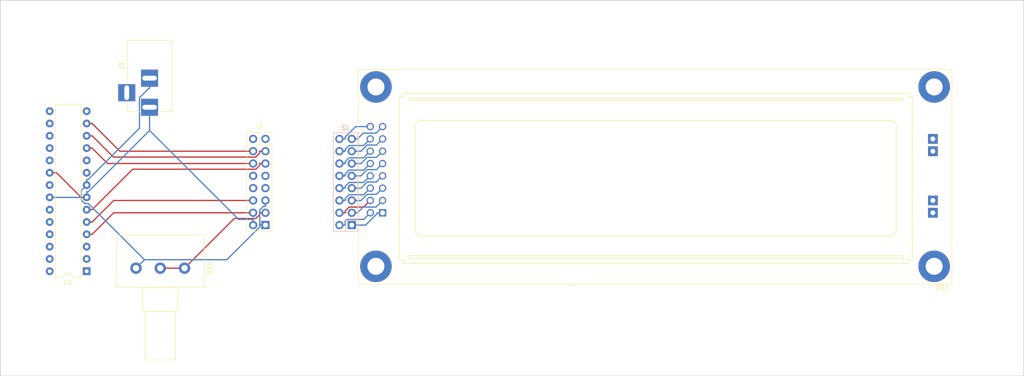
<source format=kicad_pcb>
(kicad_pcb (version 4) (host pcbnew 4.0.6+dfsg1-1)

  (general
    (links 32)
    (no_connects 0)
    (area 43.104999 51.359999 254.075001 128.980001)
    (thickness 1.6)
    (drawings 4)
    (tracks 136)
    (zones 0)
    (modules 6)
    (nets 26)
  )

  (page A4)
  (layers
    (0 F.Cu signal)
    (31 B.Cu signal)
    (33 F.Adhes user)
    (35 F.Paste user)
    (37 F.SilkS user)
    (39 F.Mask user)
    (40 Dwgs.User user)
    (41 Cmts.User user)
    (42 Eco1.User user)
    (43 Eco2.User user)
    (44 Edge.Cuts user)
    (45 Margin user)
    (47 F.CrtYd user)
    (49 F.Fab user)
  )

  (setup
    (last_trace_width 0.25)
    (trace_clearance 0.2)
    (zone_clearance 0.508)
    (zone_45_only no)
    (trace_min 0.2)
    (segment_width 0.2)
    (edge_width 0.15)
    (via_size 0.6)
    (via_drill 0.4)
    (via_min_size 0.4)
    (via_min_drill 0.3)
    (uvia_size 0.3)
    (uvia_drill 0.1)
    (uvias_allowed no)
    (uvia_min_size 0.2)
    (uvia_min_drill 0.1)
    (pcb_text_width 0.3)
    (pcb_text_size 1.5 1.5)
    (mod_edge_width 0.15)
    (mod_text_size 1 1)
    (mod_text_width 0.15)
    (pad_size 1.524 1.524)
    (pad_drill 0.762)
    (pad_to_mask_clearance 0.2)
    (aux_axis_origin 0 0)
    (visible_elements FFFFFF7F)
    (pcbplotparams
      (layerselection 0x00030_80000001)
      (usegerberextensions false)
      (excludeedgelayer true)
      (linewidth 0.100000)
      (plotframeref false)
      (viasonmask false)
      (mode 1)
      (useauxorigin false)
      (hpglpennumber 1)
      (hpglpenspeed 20)
      (hpglpendiameter 15)
      (hpglpenoverlay 2)
      (psnegative false)
      (psa4output false)
      (plotreference true)
      (plotvalue true)
      (plotinvisibletext false)
      (padsonsilk false)
      (subtractmaskfromsilk false)
      (outputformat 1)
      (mirror false)
      (drillshape 1)
      (scaleselection 1)
      (outputdirectory circuits/))
  )

  (net 0 "")
  (net 1 GND)
  (net 2 +5V)
  (net 3 "Net-(J1-Pad3)")
  (net 4 /PD2)
  (net 5 /PD3)
  (net 6 /PD4)
  (net 7 /PD5)
  (net 8 /PD6)
  (net 9 /PD7)
  (net 10 /D7)
  (net 11 /D6)
  (net 12 /D5)
  (net 13 /D4)
  (net 14 /D3)
  (net 15 /D2)
  (net 16 /D1)
  (net 17 /D0)
  (net 18 /E)
  (net 19 /R/W)
  (net 20 /RS)
  (net 21 /VEE)
  (net 22 /VDD)
  (net 23 /VSS)
  (net 24 /LED+)
  (net 25 /LED-)

  (net_class Default "This is the default net class."
    (clearance 0.2)
    (trace_width 0.25)
    (via_dia 0.6)
    (via_drill 0.4)
    (uvia_dia 0.3)
    (uvia_drill 0.1)
    (add_net +5V)
    (add_net /D0)
    (add_net /D1)
    (add_net /D2)
    (add_net /D3)
    (add_net /D4)
    (add_net /D5)
    (add_net /D6)
    (add_net /D7)
    (add_net /E)
    (add_net /LED+)
    (add_net /LED-)
    (add_net /PD2)
    (add_net /PD3)
    (add_net /PD4)
    (add_net /PD5)
    (add_net /PD6)
    (add_net /PD7)
    (add_net /R/W)
    (add_net /RS)
    (add_net /VDD)
    (add_net /VEE)
    (add_net /VSS)
    (add_net GND)
    (add_net "Net-(J1-Pad3)")
  )

  (module Potentiometer_THT:Potentiometer_Alps_RK163_Single_Horizontal (layer F.Cu) (tedit 5A3D4993) (tstamp 5A51E50A)
    (at 71.12 106.68 270)
    (descr "Potentiometer, horizontal, Alps RK163 Single, http://www.alps.com/prod/info/E/HTML/Potentiometer/RotaryPotentiometers/RK16/RK16_list.html")
    (tags "Potentiometer horizontal Alps RK163 Single")
    (path /5A4CE2EF)
    (fp_text reference RV1 (at 0 -15.2 270) (layer F.SilkS)
      (effects (font (size 1 1) (thickness 0.15)))
    )
    (fp_text value 5k (at 0 5.2 270) (layer F.Fab)
      (effects (font (size 1 1) (thickness 0.15)))
    )
    (fp_line (start -6.7 -13.95) (end -6.7 3.95) (layer F.Fab) (width 0.1))
    (fp_line (start -6.7 3.95) (end 3.8 3.95) (layer F.Fab) (width 0.1))
    (fp_line (start 3.8 3.95) (end 3.8 -13.95) (layer F.Fab) (width 0.1))
    (fp_line (start 3.8 -13.95) (end -6.7 -13.95) (layer F.Fab) (width 0.1))
    (fp_line (start 3.8 -8.5) (end 3.8 -1.5) (layer F.Fab) (width 0.1))
    (fp_line (start 3.8 -1.5) (end 8.8 -1.5) (layer F.Fab) (width 0.1))
    (fp_line (start 8.8 -1.5) (end 8.8 -8.5) (layer F.Fab) (width 0.1))
    (fp_line (start 8.8 -8.5) (end 3.8 -8.5) (layer F.Fab) (width 0.1))
    (fp_line (start 8.8 -8) (end 8.8 -2) (layer F.Fab) (width 0.1))
    (fp_line (start 8.8 -2) (end 18.8 -2) (layer F.Fab) (width 0.1))
    (fp_line (start 18.8 -2) (end 18.8 -8) (layer F.Fab) (width 0.1))
    (fp_line (start 18.8 -8) (end 8.8 -8) (layer F.Fab) (width 0.1))
    (fp_line (start -6.82 -14.07) (end 3.92 -14.07) (layer F.SilkS) (width 0.12))
    (fp_line (start -6.82 4.07) (end 3.92 4.07) (layer F.SilkS) (width 0.12))
    (fp_line (start -6.82 -14.07) (end -6.82 4.07) (layer F.SilkS) (width 0.12))
    (fp_line (start 3.92 -14.07) (end 3.92 4.07) (layer F.SilkS) (width 0.12))
    (fp_line (start 3.92 -8.62) (end 8.92 -8.62) (layer F.SilkS) (width 0.12))
    (fp_line (start 3.92 -1.38) (end 8.92 -1.38) (layer F.SilkS) (width 0.12))
    (fp_line (start 3.92 -8.62) (end 3.92 -1.38) (layer F.SilkS) (width 0.12))
    (fp_line (start 8.92 -8.62) (end 8.92 -1.38) (layer F.SilkS) (width 0.12))
    (fp_line (start 8.92 -8.12) (end 18.92 -8.12) (layer F.SilkS) (width 0.12))
    (fp_line (start 8.92 -1.879) (end 18.92 -1.879) (layer F.SilkS) (width 0.12))
    (fp_line (start 8.92 -8.12) (end 8.92 -1.879) (layer F.SilkS) (width 0.12))
    (fp_line (start 18.92 -8.12) (end 18.92 -1.879) (layer F.SilkS) (width 0.12))
    (fp_line (start -6.95 -14.2) (end -6.95 4.2) (layer F.CrtYd) (width 0.05))
    (fp_line (start -6.95 4.2) (end 19.05 4.2) (layer F.CrtYd) (width 0.05))
    (fp_line (start 19.05 4.2) (end 19.05 -14.2) (layer F.CrtYd) (width 0.05))
    (fp_line (start 19.05 -14.2) (end -6.95 -14.2) (layer F.CrtYd) (width 0.05))
    (fp_text user %R (at -1.45 -5 270) (layer F.Fab)
      (effects (font (size 1 1) (thickness 0.15)))
    )
    (pad 3 thru_hole circle (at 0 -10 270) (size 2.34 2.34) (drill 1.3) (layers *.Cu *.Mask)
      (net 3 "Net-(J1-Pad3)"))
    (pad 2 thru_hole circle (at 0 -5 270) (size 2.34 2.34) (drill 1.3) (layers *.Cu *.Mask)
      (net 3 "Net-(J1-Pad3)"))
    (pad 1 thru_hole circle (at 0 0 270) (size 2.34 2.34) (drill 1.3) (layers *.Cu *.Mask)
      (net 1 GND))
    (model ${KISYS3DMOD}/Potentiometer_THT.3dshapes/Potentiometer_Alps_RK163_Single_Horizontal.wrl
      (at (xyz 0 0 0))
      (scale (xyz 1 1 1))
      (rotate (xyz 0 0 0))
    )
  )

  (module Package_DIP:DIP-28_W7.62mm (layer F.Cu) (tedit 5A02E8C5) (tstamp 5A51E52A)
    (at 60.96 107.315 180)
    (descr "28-lead though-hole mounted DIP package, row spacing 7.62 mm (300 mils)")
    (tags "THT DIP DIL PDIP 2.54mm 7.62mm 300mil")
    (path /5A7EEE1B)
    (fp_text reference U1 (at 3.81 -2.33 180) (layer F.SilkS)
      (effects (font (size 1 1) (thickness 0.15)))
    )
    (fp_text value ATMEGA328-PU (at 3.81 35.35 180) (layer F.Fab)
      (effects (font (size 1 1) (thickness 0.15)))
    )
    (fp_arc (start 3.81 -1.33) (end 2.81 -1.33) (angle -180) (layer F.SilkS) (width 0.12))
    (fp_line (start 1.635 -1.27) (end 6.985 -1.27) (layer F.Fab) (width 0.1))
    (fp_line (start 6.985 -1.27) (end 6.985 34.29) (layer F.Fab) (width 0.1))
    (fp_line (start 6.985 34.29) (end 0.635 34.29) (layer F.Fab) (width 0.1))
    (fp_line (start 0.635 34.29) (end 0.635 -0.27) (layer F.Fab) (width 0.1))
    (fp_line (start 0.635 -0.27) (end 1.635 -1.27) (layer F.Fab) (width 0.1))
    (fp_line (start 2.81 -1.33) (end 1.16 -1.33) (layer F.SilkS) (width 0.12))
    (fp_line (start 1.16 -1.33) (end 1.16 34.35) (layer F.SilkS) (width 0.12))
    (fp_line (start 1.16 34.35) (end 6.46 34.35) (layer F.SilkS) (width 0.12))
    (fp_line (start 6.46 34.35) (end 6.46 -1.33) (layer F.SilkS) (width 0.12))
    (fp_line (start 6.46 -1.33) (end 4.81 -1.33) (layer F.SilkS) (width 0.12))
    (fp_line (start -1.1 -1.55) (end -1.1 34.55) (layer F.CrtYd) (width 0.05))
    (fp_line (start -1.1 34.55) (end 8.7 34.55) (layer F.CrtYd) (width 0.05))
    (fp_line (start 8.7 34.55) (end 8.7 -1.55) (layer F.CrtYd) (width 0.05))
    (fp_line (start 8.7 -1.55) (end -1.1 -1.55) (layer F.CrtYd) (width 0.05))
    (fp_text user %R (at 3.81 16.51 180) (layer F.Fab)
      (effects (font (size 1 1) (thickness 0.15)))
    )
    (pad 1 thru_hole rect (at 0 0 180) (size 1.6 1.6) (drill 0.8) (layers *.Cu *.Mask))
    (pad 15 thru_hole oval (at 7.62 33.02 180) (size 1.6 1.6) (drill 0.8) (layers *.Cu *.Mask))
    (pad 2 thru_hole oval (at 0 2.54 180) (size 1.6 1.6) (drill 0.8) (layers *.Cu *.Mask))
    (pad 16 thru_hole oval (at 7.62 30.48 180) (size 1.6 1.6) (drill 0.8) (layers *.Cu *.Mask))
    (pad 3 thru_hole oval (at 0 5.08 180) (size 1.6 1.6) (drill 0.8) (layers *.Cu *.Mask))
    (pad 17 thru_hole oval (at 7.62 27.94 180) (size 1.6 1.6) (drill 0.8) (layers *.Cu *.Mask))
    (pad 4 thru_hole oval (at 0 7.62 180) (size 1.6 1.6) (drill 0.8) (layers *.Cu *.Mask)
      (net 4 /PD2))
    (pad 18 thru_hole oval (at 7.62 25.4 180) (size 1.6 1.6) (drill 0.8) (layers *.Cu *.Mask))
    (pad 5 thru_hole oval (at 0 10.16 180) (size 1.6 1.6) (drill 0.8) (layers *.Cu *.Mask)
      (net 5 /PD3))
    (pad 19 thru_hole oval (at 7.62 22.86 180) (size 1.6 1.6) (drill 0.8) (layers *.Cu *.Mask))
    (pad 6 thru_hole oval (at 0 12.7 180) (size 1.6 1.6) (drill 0.8) (layers *.Cu *.Mask)
      (net 6 /PD4))
    (pad 20 thru_hole oval (at 7.62 20.32 180) (size 1.6 1.6) (drill 0.8) (layers *.Cu *.Mask)
      (net 2 +5V))
    (pad 7 thru_hole oval (at 0 15.24 180) (size 1.6 1.6) (drill 0.8) (layers *.Cu *.Mask)
      (net 2 +5V))
    (pad 21 thru_hole oval (at 7.62 17.78 180) (size 1.6 1.6) (drill 0.8) (layers *.Cu *.Mask))
    (pad 8 thru_hole oval (at 0 17.78 180) (size 1.6 1.6) (drill 0.8) (layers *.Cu *.Mask)
      (net 1 GND))
    (pad 22 thru_hole oval (at 7.62 15.24 180) (size 1.6 1.6) (drill 0.8) (layers *.Cu *.Mask)
      (net 1 GND))
    (pad 9 thru_hole oval (at 0 20.32 180) (size 1.6 1.6) (drill 0.8) (layers *.Cu *.Mask))
    (pad 23 thru_hole oval (at 7.62 12.7 180) (size 1.6 1.6) (drill 0.8) (layers *.Cu *.Mask))
    (pad 10 thru_hole oval (at 0 22.86 180) (size 1.6 1.6) (drill 0.8) (layers *.Cu *.Mask))
    (pad 24 thru_hole oval (at 7.62 10.16 180) (size 1.6 1.6) (drill 0.8) (layers *.Cu *.Mask))
    (pad 11 thru_hole oval (at 0 25.4 180) (size 1.6 1.6) (drill 0.8) (layers *.Cu *.Mask)
      (net 7 /PD5))
    (pad 25 thru_hole oval (at 7.62 7.62 180) (size 1.6 1.6) (drill 0.8) (layers *.Cu *.Mask))
    (pad 12 thru_hole oval (at 0 27.94 180) (size 1.6 1.6) (drill 0.8) (layers *.Cu *.Mask)
      (net 8 /PD6))
    (pad 26 thru_hole oval (at 7.62 5.08 180) (size 1.6 1.6) (drill 0.8) (layers *.Cu *.Mask))
    (pad 13 thru_hole oval (at 0 30.48 180) (size 1.6 1.6) (drill 0.8) (layers *.Cu *.Mask)
      (net 9 /PD7))
    (pad 27 thru_hole oval (at 7.62 2.54 180) (size 1.6 1.6) (drill 0.8) (layers *.Cu *.Mask))
    (pad 14 thru_hole oval (at 0 33.02 180) (size 1.6 1.6) (drill 0.8) (layers *.Cu *.Mask))
    (pad 28 thru_hole oval (at 7.62 0 180) (size 1.6 1.6) (drill 0.8) (layers *.Cu *.Mask))
    (model ${KISYS3DMOD}/Package_DIP.3dshapes/DIP-28_W7.62mm.wrl
      (at (xyz 0 0 0))
      (scale (xyz 1 1 1))
      (rotate (xyz 0 0 0))
    )
  )

  (module Connectors:BARREL_JACK (layer F.Cu) (tedit 5861378E) (tstamp 5A522A72)
    (at 73.915 73.485 270)
    (descr "DC Barrel Jack")
    (tags "Power Jack")
    (path /5A52198A)
    (fp_text reference J3 (at -8.45 5.75 450) (layer F.SilkS)
      (effects (font (size 1 1) (thickness 0.15)))
    )
    (fp_text value BARREL_JACK (at -6.2 -5.5 270) (layer F.Fab)
      (effects (font (size 1 1) (thickness 0.15)))
    )
    (fp_line (start 1 -4.5) (end 1 -4.75) (layer F.CrtYd) (width 0.05))
    (fp_line (start 1 -4.75) (end -14 -4.75) (layer F.CrtYd) (width 0.05))
    (fp_line (start 1 -4.5) (end 1 -2) (layer F.CrtYd) (width 0.05))
    (fp_line (start 1 -2) (end 2 -2) (layer F.CrtYd) (width 0.05))
    (fp_line (start 2 -2) (end 2 2) (layer F.CrtYd) (width 0.05))
    (fp_line (start 2 2) (end 1 2) (layer F.CrtYd) (width 0.05))
    (fp_line (start 1 2) (end 1 4.75) (layer F.CrtYd) (width 0.05))
    (fp_line (start 1 4.75) (end -1 4.75) (layer F.CrtYd) (width 0.05))
    (fp_line (start -1 4.75) (end -1 6.75) (layer F.CrtYd) (width 0.05))
    (fp_line (start -1 6.75) (end -5 6.75) (layer F.CrtYd) (width 0.05))
    (fp_line (start -5 6.75) (end -5 4.75) (layer F.CrtYd) (width 0.05))
    (fp_line (start -5 4.75) (end -14 4.75) (layer F.CrtYd) (width 0.05))
    (fp_line (start -14 4.75) (end -14 -4.75) (layer F.CrtYd) (width 0.05))
    (fp_line (start -5 4.6) (end -13.8 4.6) (layer F.SilkS) (width 0.12))
    (fp_line (start -13.8 4.6) (end -13.8 -4.6) (layer F.SilkS) (width 0.12))
    (fp_line (start 0.9 1.9) (end 0.9 4.6) (layer F.SilkS) (width 0.12))
    (fp_line (start 0.9 4.6) (end -1 4.6) (layer F.SilkS) (width 0.12))
    (fp_line (start -13.8 -4.6) (end 0.9 -4.6) (layer F.SilkS) (width 0.12))
    (fp_line (start 0.9 -4.6) (end 0.9 -2) (layer F.SilkS) (width 0.12))
    (fp_line (start -10.2 -4.5) (end -10.2 4.5) (layer F.Fab) (width 0.1))
    (fp_line (start -13.7 -4.5) (end -13.7 4.5) (layer F.Fab) (width 0.1))
    (fp_line (start -13.7 4.5) (end 0.8 4.5) (layer F.Fab) (width 0.1))
    (fp_line (start 0.8 4.5) (end 0.8 -4.5) (layer F.Fab) (width 0.1))
    (fp_line (start 0.8 -4.5) (end -13.7 -4.5) (layer F.Fab) (width 0.1))
    (pad 1 thru_hole rect (at 0 0 270) (size 3.5 3.5) (drill oval 1 3) (layers *.Cu *.Mask)
      (net 2 +5V))
    (pad 2 thru_hole rect (at -6 0 270) (size 3.5 3.5) (drill oval 1 3) (layers *.Cu *.Mask)
      (net 1 GND))
    (pad 3 thru_hole rect (at -3 4.7 270) (size 3.5 3.5) (drill oval 3 1) (layers *.Cu *.Mask))
  )

  (module Connector_PinSocket_2.54mm:PinSocket_2x08_P2.54mm_Vertical_R (layer F.Cu) (tedit 5A19A42B) (tstamp 5A5A34D4)
    (at 97.79 80.01)
    (descr "Through hole straight socket strip, 2x08, 2.54mm pitch, double cols (from Kicad 4.0.7), script generated")
    (tags "Through hole socket strip THT 2x08 2.54mm double row")
    (path /5A4D0265)
    (fp_text reference J1 (at -1.27 -2.77) (layer F.SilkS)
      (effects (font (size 1 1) (thickness 0.15)))
    )
    (fp_text value CONN_02X08 (at -1.27 20.55) (layer F.Fab)
      (effects (font (size 1 1) (thickness 0.15)))
    )
    (fp_line (start -3.81 -1.27) (end 0.27 -1.27) (layer F.Fab) (width 0.1))
    (fp_line (start 0.27 -1.27) (end 1.27 -0.27) (layer F.Fab) (width 0.1))
    (fp_line (start 1.27 -0.27) (end 1.27 19.05) (layer F.Fab) (width 0.1))
    (fp_line (start 1.27 19.05) (end -3.81 19.05) (layer F.Fab) (width 0.1))
    (fp_line (start -3.81 19.05) (end -3.81 -1.27) (layer F.Fab) (width 0.1))
    (fp_line (start -3.87 -1.33) (end -1.27 -1.33) (layer F.SilkS) (width 0.12))
    (fp_line (start -3.87 -1.33) (end -3.87 19.11) (layer F.SilkS) (width 0.12))
    (fp_line (start -3.87 19.11) (end 1.33 19.11) (layer F.SilkS) (width 0.12))
    (fp_line (start 1.33 1.27) (end 1.33 19.11) (layer F.SilkS) (width 0.12))
    (fp_line (start -1.27 1.27) (end 1.33 1.27) (layer F.SilkS) (width 0.12))
    (fp_line (start -1.27 -1.33) (end -1.27 1.27) (layer F.SilkS) (width 0.12))
    (fp_line (start 1.33 -1.33) (end 1.33 0) (layer F.SilkS) (width 0.12))
    (fp_line (start 0 -1.33) (end 1.33 -1.33) (layer F.SilkS) (width 0.12))
    (fp_line (start -4.34 -1.8) (end 1.76 -1.8) (layer F.CrtYd) (width 0.05))
    (fp_line (start 1.76 -1.8) (end 1.76 19.55) (layer F.CrtYd) (width 0.05))
    (fp_line (start 1.76 19.55) (end -4.34 19.55) (layer F.CrtYd) (width 0.05))
    (fp_line (start -4.34 19.55) (end -4.34 -1.8) (layer F.CrtYd) (width 0.05))
    (fp_text user %R (at -1.27 8.89 90) (layer F.Fab)
      (effects (font (size 1 1) (thickness 0.15)))
    )
    (pad 1 thru_hole rect (at 0 17.78) (size 1.7 1.7) (drill 1) (layers *.Cu *.Mask)
      (net 1 GND))
    (pad 2 thru_hole oval (at -2.54 17.78) (size 1.7 1.7) (drill 1) (layers *.Cu *.Mask)
      (net 2 +5V))
    (pad 3 thru_hole oval (at 0 15.24) (size 1.7 1.7) (drill 1) (layers *.Cu *.Mask)
      (net 3 "Net-(J1-Pad3)"))
    (pad 4 thru_hole oval (at -2.54 15.24) (size 1.7 1.7) (drill 1) (layers *.Cu *.Mask)
      (net 4 /PD2))
    (pad 5 thru_hole oval (at 0 12.7) (size 1.7 1.7) (drill 1) (layers *.Cu *.Mask)
      (net 1 GND))
    (pad 6 thru_hole oval (at -2.54 12.7) (size 1.7 1.7) (drill 1) (layers *.Cu *.Mask)
      (net 5 /PD3))
    (pad 7 thru_hole oval (at 0 10.16) (size 1.7 1.7) (drill 1) (layers *.Cu *.Mask))
    (pad 8 thru_hole oval (at -2.54 10.16) (size 1.7 1.7) (drill 1) (layers *.Cu *.Mask))
    (pad 9 thru_hole oval (at 0 7.62) (size 1.7 1.7) (drill 1) (layers *.Cu *.Mask))
    (pad 10 thru_hole oval (at -2.54 7.62) (size 1.7 1.7) (drill 1) (layers *.Cu *.Mask))
    (pad 11 thru_hole oval (at 0 5.08) (size 1.7 1.7) (drill 1) (layers *.Cu *.Mask)
      (net 6 /PD4))
    (pad 12 thru_hole oval (at -2.54 5.08) (size 1.7 1.7) (drill 1) (layers *.Cu *.Mask)
      (net 7 /PD5))
    (pad 13 thru_hole oval (at 0 2.54) (size 1.7 1.7) (drill 1) (layers *.Cu *.Mask)
      (net 8 /PD6))
    (pad 14 thru_hole oval (at -2.54 2.54) (size 1.7 1.7) (drill 1) (layers *.Cu *.Mask)
      (net 9 /PD7))
    (pad 15 thru_hole oval (at 0 0) (size 1.7 1.7) (drill 1) (layers *.Cu *.Mask))
    (pad 16 thru_hole oval (at -2.54 0) (size 1.7 1.7) (drill 1) (layers *.Cu *.Mask))
    (model ${KISYS3DMOD}/Connector_PinSocket_2.54mm.3dshapes/PinSocket_2x08_P2.54mm_Vertical.wrl
      (at (xyz 0 0 0))
      (scale (xyz 1 1 1))
      (rotate (xyz 0 0 0))
    )
  )

  (module kiddy:LCD-2x8-AK (layer F.Cu) (tedit 5A744985) (tstamp 5A7C6F1A)
    (at 177.8 87.63)
    (descr "16 x 2 Character LCD, http://www.vishay.com/product?docid=37299")
    (tags "LCD-016N002L 16 x 2 Character LCD")
    (path /5A7C6C6D)
    (fp_text reference DS1 (at 59.457996 23.078828) (layer F.SilkS)
      (effects (font (size 1 1) (thickness 0.15)))
    )
    (fp_text value LCD8X2 (at 55.837996 -23.091172) (layer F.Fab)
      (effects (font (size 1 1) (thickness 0.15)))
    )
    (fp_text user %R (at 2.847996 0.088828 180) (layer F.Fab)
      (effects (font (size 1 1) (thickness 0.1)))
    )
    (fp_line (start 61.387996 -21.971172) (end -60.892004 -21.971172) (layer F.SilkS) (width 0.12))
    (fp_line (start -60.892004 22.308828) (end -60.892004 -21.971172) (layer F.SilkS) (width 0.12))
    (fp_line (start -17.752004 22.168828) (end -60.752004 22.168828) (layer F.Fab) (width 0.1))
    (fp_line (start -16.752004 21.168828) (end -15.752004 22.168828) (layer F.Fab) (width 0.1))
    (fp_line (start -17.752004 22.168828) (end -16.752004 21.168828) (layer F.Fab) (width 0.1))
    (fp_line (start -15.752004 22.668828) (end -17.752004 22.668828) (layer F.SilkS) (width 0.12))
    (fp_line (start -60.892004 22.308828) (end 61.387996 22.308828) (layer F.SilkS) (width 0.12))
    (fp_line (start 61.387996 22.308828) (end 61.387996 -21.971172) (layer F.SilkS) (width 0.12))
    (fp_line (start -61.002004 22.418828) (end -61.002004 -22.081172) (layer F.CrtYd) (width 0.05))
    (fp_line (start 61.497996 -22.081172) (end -61.002004 -22.081172) (layer F.CrtYd) (width 0.05))
    (fp_line (start 61.497996 22.418828) (end 61.497996 -22.081172) (layer F.CrtYd) (width 0.05))
    (fp_line (start 61.497996 22.418828) (end -61.002004 22.418828) (layer F.CrtYd) (width 0.05))
    (fp_line (start -50.407004 17.001828) (end 51.192996 17.001828) (layer F.SilkS) (width 0.15))
    (fp_line (start 51.192996 17.001828) (end 51.446996 16.747828) (layer F.SilkS) (width 0.15))
    (fp_line (start 51.446996 16.747828) (end 51.192996 16.493828) (layer F.SilkS) (width 0.15))
    (fp_line (start 51.192996 16.493828) (end -50.407004 16.493828) (layer F.SilkS) (width 0.15))
    (fp_line (start -50.407004 17.001828) (end -50.661004 16.747828) (layer F.SilkS) (width 0.15))
    (fp_line (start -50.661004 16.747828) (end -50.407004 16.493828) (layer F.SilkS) (width 0.15))
    (fp_line (start -50.407004 -16.018172) (end -50.661004 -15.764172) (layer F.SilkS) (width 0.15))
    (fp_line (start -50.661004 -15.764172) (end -50.407004 -15.510172) (layer F.SilkS) (width 0.15))
    (fp_line (start -50.407004 -15.510172) (end 51.192996 -15.510172) (layer F.SilkS) (width 0.15))
    (fp_line (start 51.192996 -15.510172) (end 51.446996 -15.764172) (layer F.SilkS) (width 0.15))
    (fp_line (start 51.446996 -15.764172) (end 51.192996 -16.018172) (layer F.SilkS) (width 0.15))
    (fp_line (start 51.192996 -16.018172) (end -50.407004 -16.018172) (layer F.SilkS) (width 0.15))
    (fp_line (start -49.137004 11.667828) (end -49.137004 -10.684172) (layer F.SilkS) (width 0.15))
    (fp_line (start 49.160996 12.429828) (end -48.375004 12.429828) (layer F.SilkS) (width 0.15))
    (fp_line (start 49.922996 -10.684172) (end 49.922996 11.667828) (layer F.SilkS) (width 0.15))
    (fp_line (start -48.375004 -11.446172) (end 49.160996 -11.446172) (layer F.SilkS) (width 0.15))
    (fp_line (start -48.375004 12.429828) (end -49.137004 11.667828) (layer F.SilkS) (width 0.15))
    (fp_line (start 49.922996 11.667828) (end 49.160996 12.429828) (layer F.SilkS) (width 0.15))
    (fp_line (start 49.160996 -11.446172) (end 49.922996 -10.684172) (layer F.SilkS) (width 0.15))
    (fp_line (start -49.137004 -10.684172) (end -48.375004 -11.446172) (layer F.SilkS) (width 0.15))
    (fp_line (start 53.224996 17.255828) (end 53.224996 -16.272172) (layer F.SilkS) (width 0.15))
    (fp_line (start -51.677004 18.017828) (end 52.462996 18.017828) (layer F.SilkS) (width 0.15))
    (fp_line (start -52.439004 -16.272172) (end -52.439004 17.255828) (layer F.SilkS) (width 0.15))
    (fp_line (start 52.462996 -17.034172) (end -51.677004 -17.034172) (layer F.SilkS) (width 0.15))
    (fp_line (start -51.677004 18.017828) (end -51.677004 17.255828) (layer F.SilkS) (width 0.15))
    (fp_line (start -51.677004 17.255828) (end -52.439004 17.255828) (layer F.SilkS) (width 0.15))
    (fp_line (start 52.462996 18.017828) (end 52.462996 17.255828) (layer F.SilkS) (width 0.15))
    (fp_line (start 52.462996 17.255828) (end 53.224996 17.255828) (layer F.SilkS) (width 0.15))
    (fp_line (start 52.462996 -17.034172) (end 52.462996 -16.272172) (layer F.SilkS) (width 0.15))
    (fp_line (start 52.462996 -16.272172) (end 53.224996 -16.272172) (layer F.SilkS) (width 0.15))
    (fp_line (start -52.439004 -16.272172) (end -51.677004 -16.272172) (layer F.SilkS) (width 0.15))
    (fp_line (start -51.677004 -16.272172) (end -51.677004 -17.034172) (layer F.SilkS) (width 0.15))
    (fp_line (start -60.752004 22.168828) (end -60.752004 -21.831172) (layer F.Fab) (width 0.1))
    (fp_line (start -60.752004 -21.831172) (end 61.247996 -21.831172) (layer F.Fab) (width 0.1))
    (fp_line (start 61.247996 -21.831172) (end 61.247996 22.168828) (layer F.Fab) (width 0.1))
    (fp_line (start 61.247996 22.168828) (end -15.752004 22.168828) (layer F.Fab) (width 0.1))
    (pad 14 thru_hole circle (at -58.42 -7.62 270) (size 1.5 1.5) (drill 1) (layers *.Cu *.Mask)
      (net 10 /D7))
    (pad 13 thru_hole circle (at -55.88 -7.62 270) (size 1.5 1.5) (drill 1) (layers *.Cu *.Mask)
      (net 11 /D6))
    (pad 12 thru_hole circle (at -58.42 -5.08 270) (size 1.5 1.5) (drill 1) (layers *.Cu *.Mask)
      (net 12 /D5))
    (pad 11 thru_hole circle (at -55.88 -5.08 270) (size 1.5 1.5) (drill 1) (layers *.Cu *.Mask)
      (net 13 /D4))
    (pad 10 thru_hole circle (at -58.42 -2.54 270) (size 1.5 1.5) (drill 1) (layers *.Cu *.Mask)
      (net 14 /D3))
    (pad 9 thru_hole circle (at -55.88 -2.54 270) (size 1.5 1.5) (drill 1) (layers *.Cu *.Mask)
      (net 15 /D2))
    (pad 8 thru_hole circle (at -58.42 0 270) (size 1.5 1.5) (drill 1) (layers *.Cu *.Mask)
      (net 16 /D1))
    (pad 7 thru_hole circle (at -55.88 0 270) (size 1.5 1.5) (drill 1) (layers *.Cu *.Mask)
      (net 17 /D0))
    (pad 6 thru_hole circle (at -58.42 2.54 270) (size 1.5 1.5) (drill 1) (layers *.Cu *.Mask)
      (net 18 /E))
    (pad 5 thru_hole circle (at -55.88 2.54 270) (size 1.5 1.5) (drill 1) (layers *.Cu *.Mask)
      (net 19 /R/W))
    (pad 4 thru_hole circle (at -58.42 5.08 270) (size 1.5 1.5) (drill 1) (layers *.Cu *.Mask)
      (net 20 /RS))
    (pad 3 thru_hole circle (at -55.88 5.08 270) (size 1.5 1.5) (drill 1) (layers *.Cu *.Mask)
      (net 21 /VEE))
    (pad 2 thru_hole circle (at -58.392004 7.62 90) (size 1.5 1.5) (drill 1) (layers *.Cu *.Mask)
      (net 22 /VDD))
    (pad 1 thru_hole rect (at -55.88 7.62 90) (size 1.5 1.5) (drill 1) (layers *.Cu *.Mask)
      (net 23 /VSS))
    (pad "" thru_hole circle (at 57.747996 18.668828) (size 6.5 6.5) (drill 3.5) (layers *.Cu *.Mask))
    (pad "" thru_hole circle (at 57.747996 -18.331172) (size 6.5 6.5) (drill 3.5) (layers *.Cu *.Mask))
    (pad "" thru_hole circle (at -57.252004 18.668828) (size 6.5 6.5) (drill 3.5) (layers *.Cu *.Mask))
    (pad "" thru_hole circle (at -57.252004 -18.331172) (size 6.5 6.5) (drill 3.5) (layers *.Cu *.Mask))
    (pad A1 thru_hole rect (at 57.477996 -7.62) (size 2 2) (drill 1) (layers *.Cu *.Mask))
    (pad K1 thru_hole rect (at 57.477996 -5.08) (size 2 2) (drill 1) (layers *.Cu *.Mask))
    (pad A2 thru_hole rect (at 57.477996 5.08) (size 2 2) (drill 1) (layers *.Cu *.Mask))
    (pad K2 thru_hole rect (at 57.477996 7.62) (size 2 2) (drill 1) (layers *.Cu *.Mask))
    (pad 15 thru_hole circle (at -55.88 -10.16 270) (size 1.5 1.5) (drill 1) (layers *.Cu *.Mask)
      (net 24 /LED+))
    (pad 16 thru_hole circle (at -58.42 -10.16 270) (size 1.5 1.5) (drill 1) (layers *.Cu *.Mask)
      (net 25 /LED-))
    (model ${KISYS3DMOD}/Display.3dshapes/LCD-016N002L.wrl
      (at (xyz 0 0 0))
      (scale (xyz 1 1 1))
      (rotate (xyz 0 0 0))
    )
  )

  (module kiddy:PinHeader_2x08_P2.54mm_Vertical_R (layer B.Cu) (tedit 5A74605A) (tstamp 5A7C6FF1)
    (at 115.57 97.79 180)
    (descr "Through hole straight pin header, 2x08, 2.54mm pitch, double rows")
    (tags "Through hole pin header THT 2x08 2.54mm double row")
    (path /5A4D0322)
    (fp_text reference J2 (at 1.27 20.11 180) (layer B.SilkS)
      (effects (font (size 1 1) (thickness 0.15)) (justify mirror))
    )
    (fp_text value CONN_02X08 (at 1.27 -2.33 180) (layer B.Fab)
      (effects (font (size 1 1) (thickness 0.15)) (justify mirror))
    )
    (fp_line (start 2.54 -1.27) (end -1.27 -1.27) (layer B.Fab) (width 0.1))
    (fp_line (start -1.27 -1.27) (end -1.27 19.05) (layer B.Fab) (width 0.1))
    (fp_line (start -1.27 19.05) (end 3.81 19.05) (layer B.Fab) (width 0.1))
    (fp_line (start 3.81 19.05) (end 3.81 0) (layer B.Fab) (width 0.1))
    (fp_line (start -1.27 0) (end 0 -1.27) (layer B.Fab) (width 0.1))
    (fp_line (start 3.81 19.05) (end -1.27 19.05) (layer B.SilkS) (width 0.12))
    (fp_line (start 3.81 0) (end 3.81 19.05) (layer B.SilkS) (width 0.12))
    (fp_line (start -1.27 -1.27) (end -1.27 19.05) (layer B.SilkS) (width 0.12))
    (fp_line (start 1.27 1.27) (end -1.27 1.27) (layer B.SilkS) (width 0.12))
    (fp_line (start 1.27 1.27) (end 1.27 -1.27) (layer B.SilkS) (width 0.12))
    (fp_line (start 3.80443 -1.27) (end -1.27 -1.27) (layer B.SilkS) (width 0.12))
    (fp_line (start 3.81 0) (end 3.81 -1.27) (layer B.SilkS) (width 0.12))
    (fp_line (start -1.8 19.58) (end -1.8 -1.77) (layer B.CrtYd) (width 0.05))
    (fp_line (start -1.8 -1.77) (end 4.35 -1.77) (layer B.CrtYd) (width 0.05))
    (fp_line (start 4.35 -1.77) (end 4.35 19.58) (layer B.CrtYd) (width 0.05))
    (fp_line (start 4.35 19.58) (end -1.8 19.58) (layer B.CrtYd) (width 0.05))
    (fp_text user %R (at 11.43 16.51 450) (layer B.Fab)
      (effects (font (size 1 1) (thickness 0.15)) (justify mirror))
    )
    (pad 1 thru_hole rect (at 0 0 180) (size 1.7 1.7) (drill 1) (layers *.Cu *.Mask)
      (net 23 /VSS))
    (pad 2 thru_hole oval (at 2.54 0 180) (size 1.7 1.7) (drill 1) (layers *.Cu *.Mask)
      (net 22 /VDD))
    (pad 3 thru_hole oval (at 0 2.54 180) (size 1.7 1.7) (drill 1) (layers *.Cu *.Mask)
      (net 21 /VEE))
    (pad 4 thru_hole oval (at 2.54 2.54 180) (size 1.7 1.7) (drill 1) (layers *.Cu *.Mask)
      (net 20 /RS))
    (pad 5 thru_hole oval (at 0 5.08 180) (size 1.7 1.7) (drill 1) (layers *.Cu *.Mask)
      (net 19 /R/W))
    (pad 6 thru_hole oval (at 2.54 5.08 180) (size 1.7 1.7) (drill 1) (layers *.Cu *.Mask)
      (net 18 /E))
    (pad 7 thru_hole oval (at 0 7.62 180) (size 1.7 1.7) (drill 1) (layers *.Cu *.Mask)
      (net 17 /D0))
    (pad 8 thru_hole oval (at 2.54 7.62 180) (size 1.7 1.7) (drill 1) (layers *.Cu *.Mask)
      (net 16 /D1))
    (pad 9 thru_hole oval (at 0 10.16 180) (size 1.7 1.7) (drill 1) (layers *.Cu *.Mask)
      (net 15 /D2))
    (pad 10 thru_hole oval (at 2.54 10.16 180) (size 1.7 1.7) (drill 1) (layers *.Cu *.Mask)
      (net 14 /D3))
    (pad 11 thru_hole oval (at 0 12.7 180) (size 1.7 1.7) (drill 1) (layers *.Cu *.Mask)
      (net 13 /D4))
    (pad 12 thru_hole oval (at 2.54 12.7 180) (size 1.7 1.7) (drill 1) (layers *.Cu *.Mask)
      (net 12 /D5))
    (pad 13 thru_hole oval (at 0 15.24 180) (size 1.7 1.7) (drill 1) (layers *.Cu *.Mask)
      (net 11 /D6))
    (pad 14 thru_hole oval (at 2.54 15.24 180) (size 1.7 1.7) (drill 1) (layers *.Cu *.Mask)
      (net 10 /D7))
    (pad 15 thru_hole oval (at 0 17.78 180) (size 1.7 1.7) (drill 1) (layers *.Cu *.Mask)
      (net 24 /LED+))
    (pad 16 thru_hole oval (at 2.54 17.78 180) (size 1.7 1.7) (drill 1) (layers *.Cu *.Mask)
      (net 25 /LED-))
    (model ${KISYS3DMOD}/Connector_PinHeader_2.54mm.3dshapes/PinHeader_2x08_P2.54mm_Vertical.wrl
      (at (xyz 0 0.7 0))
      (scale (xyz 1 1 1))
      (rotate (xyz 0 0 0))
    )
  )

  (gr_line (start 254 51.435) (end 254 128.905) (layer Edge.Cuts) (width 0.15))
  (gr_line (start 43.18 51.435) (end 254 51.435) (layer Edge.Cuts) (width 0.15))
  (gr_line (start 43.18 128.905) (end 43.18 51.435) (layer Edge.Cuts) (width 0.15))
  (gr_line (start 254 128.905) (end 43.18 128.905) (layer Edge.Cuts) (width 0.15))

  (segment (start 61.2413 88.4097) (end 60.96 88.4097) (width 0.25) (layer B.Cu) (net 1))
  (segment (start 71.8397 77.8113) (end 61.2413 88.4097) (width 0.25) (layer B.Cu) (net 1))
  (segment (start 71.8397 71.5058) (end 71.8397 77.8113) (width 0.25) (layer B.Cu) (net 1))
  (segment (start 73.7852 69.5603) (end 71.8397 71.5058) (width 0.25) (layer B.Cu) (net 1))
  (segment (start 73.915 69.5603) (end 73.7852 69.5603) (width 0.25) (layer B.Cu) (net 1))
  (segment (start 73.915 67.485) (end 73.915 69.5603) (width 0.25) (layer B.Cu) (net 1))
  (segment (start 60.96 89.535) (end 60.96 88.4097) (width 0.25) (layer B.Cu) (net 1))
  (segment (start 97.79 97.79) (end 96.6147 97.79) (width 0.25) (layer B.Cu) (net 1))
  (segment (start 96.6147 94.6932) (end 96.6147 97.79) (width 0.25) (layer B.Cu) (net 1))
  (segment (start 97.4226 93.8853) (end 96.6147 94.6932) (width 0.25) (layer B.Cu) (net 1))
  (segment (start 97.79 93.8853) (end 97.4226 93.8853) (width 0.25) (layer B.Cu) (net 1))
  (segment (start 97.79 92.71) (end 97.79 93.8853) (width 0.25) (layer B.Cu) (net 1))
  (segment (start 96.6147 98.1574) (end 96.6147 97.79) (width 0.25) (layer B.Cu) (net 1))
  (segment (start 89.8404 104.9317) (end 96.6147 98.1574) (width 0.25) (layer B.Cu) (net 1))
  (segment (start 72.8682 104.9317) (end 89.8404 104.9317) (width 0.25) (layer B.Cu) (net 1))
  (segment (start 72.8682 104.9318) (end 72.8682 104.9317) (width 0.25) (layer B.Cu) (net 1))
  (segment (start 71.12 106.68) (end 72.8682 104.9318) (width 0.25) (layer B.Cu) (net 1))
  (segment (start 53.34 92.075) (end 54.4653 92.075) (width 0.25) (layer B.Cu) (net 1))
  (segment (start 59.8346 92.075) (end 54.4653 92.075) (width 0.25) (layer B.Cu) (net 1))
  (segment (start 59.8346 92.6216) (end 59.8346 92.075) (width 0.25) (layer B.Cu) (net 1))
  (segment (start 60.558 93.345) (end 59.8346 92.6216) (width 0.25) (layer B.Cu) (net 1))
  (segment (start 61.2815 93.345) (end 60.558 93.345) (width 0.25) (layer B.Cu) (net 1))
  (segment (start 72.8682 104.9317) (end 61.2815 93.345) (width 0.25) (layer B.Cu) (net 1))
  (segment (start 59.8346 90.6604) (end 60.96 89.535) (width 0.25) (layer B.Cu) (net 1))
  (segment (start 59.8346 92.075) (end 59.8346 90.6604) (width 0.25) (layer B.Cu) (net 1))
  (segment (start 95.25 97.79) (end 95.25 96.6147) (width 0.25) (layer B.Cu) (net 2))
  (segment (start 60.96 92.075) (end 60.96 90.9497) (width 0.25) (layer B.Cu) (net 2))
  (segment (start 92.2537 96.6147) (end 73.915 78.276) (width 0.25) (layer B.Cu) (net 2))
  (segment (start 95.25 96.6147) (end 92.2537 96.6147) (width 0.25) (layer B.Cu) (net 2))
  (segment (start 73.915 73.485) (end 73.915 78.276) (width 0.25) (layer B.Cu) (net 2))
  (segment (start 61.2413 90.9497) (end 60.96 90.9497) (width 0.25) (layer B.Cu) (net 2))
  (segment (start 73.915 78.276) (end 61.2413 90.9497) (width 0.25) (layer B.Cu) (net 2))
  (segment (start 54.7547 86.995) (end 53.34 86.995) (width 0.25) (layer F.Cu) (net 2))
  (segment (start 59.8347 92.075) (end 54.7547 86.995) (width 0.25) (layer F.Cu) (net 2))
  (segment (start 60.96 92.075) (end 59.8347 92.075) (width 0.25) (layer F.Cu) (net 2))
  (segment (start 76.12 106.68) (end 81.12 106.68) (width 0.25) (layer F.Cu) (net 3))
  (segment (start 91.3747 96.4253) (end 81.12 106.68) (width 0.25) (layer F.Cu) (net 3))
  (segment (start 95.8068 96.4253) (end 91.3747 96.4253) (width 0.25) (layer F.Cu) (net 3))
  (segment (start 96.6147 95.6174) (end 95.8068 96.4253) (width 0.25) (layer F.Cu) (net 3))
  (segment (start 96.6147 95.25) (end 96.6147 95.6174) (width 0.25) (layer F.Cu) (net 3))
  (segment (start 97.79 95.25) (end 96.6147 95.25) (width 0.25) (layer F.Cu) (net 3))
  (segment (start 66.5303 95.25) (end 62.0853 99.695) (width 0.25) (layer F.Cu) (net 4))
  (segment (start 95.25 95.25) (end 66.5303 95.25) (width 0.25) (layer F.Cu) (net 4))
  (segment (start 60.96 99.695) (end 62.0853 99.695) (width 0.25) (layer F.Cu) (net 4))
  (segment (start 66.5303 92.71) (end 62.0853 97.155) (width 0.25) (layer F.Cu) (net 5))
  (segment (start 95.25 92.71) (end 66.5303 92.71) (width 0.25) (layer F.Cu) (net 5))
  (segment (start 60.96 97.155) (end 62.0853 97.155) (width 0.25) (layer F.Cu) (net 5))
  (segment (start 70.435 86.2653) (end 62.0853 94.615) (width 0.25) (layer F.Cu) (net 6))
  (segment (start 95.8068 86.2653) (end 70.435 86.2653) (width 0.25) (layer F.Cu) (net 6))
  (segment (start 96.6147 85.4574) (end 95.8068 86.2653) (width 0.25) (layer F.Cu) (net 6))
  (segment (start 96.6147 85.09) (end 96.6147 85.4574) (width 0.25) (layer F.Cu) (net 6))
  (segment (start 97.79 85.09) (end 96.6147 85.09) (width 0.25) (layer F.Cu) (net 6))
  (segment (start 60.96 94.615) (end 62.0853 94.615) (width 0.25) (layer F.Cu) (net 6))
  (segment (start 65.2603 85.09) (end 62.0853 81.915) (width 0.25) (layer F.Cu) (net 7))
  (segment (start 95.25 85.09) (end 65.2603 85.09) (width 0.25) (layer F.Cu) (net 7))
  (segment (start 60.96 81.915) (end 62.0853 81.915) (width 0.25) (layer F.Cu) (net 7))
  (segment (start 66.465 83.7547) (end 62.0853 79.375) (width 0.25) (layer F.Cu) (net 8))
  (segment (start 95.7773 83.7547) (end 66.465 83.7547) (width 0.25) (layer F.Cu) (net 8))
  (segment (start 96.6147 82.9173) (end 95.7773 83.7547) (width 0.25) (layer F.Cu) (net 8))
  (segment (start 96.6147 82.55) (end 96.6147 82.9173) (width 0.25) (layer F.Cu) (net 8))
  (segment (start 97.79 82.55) (end 96.6147 82.55) (width 0.25) (layer F.Cu) (net 8))
  (segment (start 60.96 79.375) (end 62.0853 79.375) (width 0.25) (layer F.Cu) (net 8))
  (segment (start 60.96 76.835) (end 62.0853 76.835) (width 0.25) (layer F.Cu) (net 9))
  (segment (start 67.8003 82.55) (end 62.0853 76.835) (width 0.25) (layer F.Cu) (net 9))
  (segment (start 95.25 82.55) (end 67.8003 82.55) (width 0.25) (layer F.Cu) (net 9))
  (segment (start 118.0153 81.3747) (end 119.38 80.01) (width 0.25) (layer B.Cu) (net 10))
  (segment (start 115.0132 81.3747) (end 118.0153 81.3747) (width 0.25) (layer B.Cu) (net 10))
  (segment (start 114.2053 82.1826) (end 115.0132 81.3747) (width 0.25) (layer B.Cu) (net 10))
  (segment (start 114.2053 82.55) (end 114.2053 82.1826) (width 0.25) (layer B.Cu) (net 10))
  (segment (start 113.03 82.55) (end 114.2053 82.55) (width 0.25) (layer B.Cu) (net 10))
  (segment (start 120.65 81.28) (end 121.92 80.01) (width 0.25) (layer B.Cu) (net 11))
  (segment (start 118.7469 81.28) (end 120.65 81.28) (width 0.25) (layer B.Cu) (net 11))
  (segment (start 117.4769 82.55) (end 118.7469 81.28) (width 0.25) (layer B.Cu) (net 11))
  (segment (start 115.57 82.55) (end 117.4769 82.55) (width 0.25) (layer B.Cu) (net 11))
  (segment (start 118.0153 83.9147) (end 119.38 82.55) (width 0.25) (layer B.Cu) (net 12))
  (segment (start 115.0132 83.9147) (end 118.0153 83.9147) (width 0.25) (layer B.Cu) (net 12))
  (segment (start 114.2053 84.7226) (end 115.0132 83.9147) (width 0.25) (layer B.Cu) (net 12))
  (segment (start 114.2053 85.09) (end 114.2053 84.7226) (width 0.25) (layer B.Cu) (net 12))
  (segment (start 113.03 85.09) (end 114.2053 85.09) (width 0.25) (layer B.Cu) (net 12))
  (segment (start 120.65 83.82) (end 121.92 82.55) (width 0.25) (layer B.Cu) (net 13))
  (segment (start 118.7469 83.82) (end 120.65 83.82) (width 0.25) (layer B.Cu) (net 13))
  (segment (start 117.4769 85.09) (end 118.7469 83.82) (width 0.25) (layer B.Cu) (net 13))
  (segment (start 115.57 85.09) (end 117.4769 85.09) (width 0.25) (layer B.Cu) (net 13))
  (segment (start 118.0153 86.4547) (end 119.38 85.09) (width 0.25) (layer B.Cu) (net 14))
  (segment (start 115.0132 86.4547) (end 118.0153 86.4547) (width 0.25) (layer B.Cu) (net 14))
  (segment (start 114.2053 87.2626) (end 115.0132 86.4547) (width 0.25) (layer B.Cu) (net 14))
  (segment (start 114.2053 87.63) (end 114.2053 87.2626) (width 0.25) (layer B.Cu) (net 14))
  (segment (start 113.03 87.63) (end 114.2053 87.63) (width 0.25) (layer B.Cu) (net 14))
  (segment (start 120.65 86.36) (end 121.92 85.09) (width 0.25) (layer B.Cu) (net 15))
  (segment (start 118.7469 86.36) (end 120.65 86.36) (width 0.25) (layer B.Cu) (net 15))
  (segment (start 117.4769 87.63) (end 118.7469 86.36) (width 0.25) (layer B.Cu) (net 15))
  (segment (start 115.57 87.63) (end 117.4769 87.63) (width 0.25) (layer B.Cu) (net 15))
  (segment (start 118.0153 88.9947) (end 119.38 87.63) (width 0.25) (layer B.Cu) (net 16))
  (segment (start 115.0132 88.9947) (end 118.0153 88.9947) (width 0.25) (layer B.Cu) (net 16))
  (segment (start 114.2053 89.8026) (end 115.0132 88.9947) (width 0.25) (layer B.Cu) (net 16))
  (segment (start 114.2053 90.17) (end 114.2053 89.8026) (width 0.25) (layer B.Cu) (net 16))
  (segment (start 113.03 90.17) (end 114.2053 90.17) (width 0.25) (layer B.Cu) (net 16))
  (segment (start 120.65 88.9) (end 121.92 87.63) (width 0.25) (layer B.Cu) (net 17))
  (segment (start 118.7469 88.9) (end 120.65 88.9) (width 0.25) (layer B.Cu) (net 17))
  (segment (start 117.4769 90.17) (end 118.7469 88.9) (width 0.25) (layer B.Cu) (net 17))
  (segment (start 115.57 90.17) (end 117.4769 90.17) (width 0.25) (layer B.Cu) (net 17))
  (segment (start 118.0153 91.5347) (end 119.38 90.17) (width 0.25) (layer B.Cu) (net 18))
  (segment (start 115.0132 91.5347) (end 118.0153 91.5347) (width 0.25) (layer B.Cu) (net 18))
  (segment (start 114.2053 92.3426) (end 115.0132 91.5347) (width 0.25) (layer B.Cu) (net 18))
  (segment (start 114.2053 92.71) (end 114.2053 92.3426) (width 0.25) (layer B.Cu) (net 18))
  (segment (start 113.03 92.71) (end 114.2053 92.71) (width 0.25) (layer B.Cu) (net 18))
  (segment (start 120.65 91.44) (end 121.92 90.17) (width 0.25) (layer B.Cu) (net 19))
  (segment (start 118.7469 91.44) (end 120.65 91.44) (width 0.25) (layer B.Cu) (net 19))
  (segment (start 117.4769 92.71) (end 118.7469 91.44) (width 0.25) (layer B.Cu) (net 19))
  (segment (start 115.57 92.71) (end 117.4769 92.71) (width 0.25) (layer B.Cu) (net 19))
  (segment (start 118.0153 94.0747) (end 119.38 92.71) (width 0.25) (layer F.Cu) (net 20))
  (segment (start 115.0132 94.0747) (end 118.0153 94.0747) (width 0.25) (layer F.Cu) (net 20))
  (segment (start 114.2053 94.8826) (end 115.0132 94.0747) (width 0.25) (layer F.Cu) (net 20))
  (segment (start 114.2053 95.25) (end 114.2053 94.8826) (width 0.25) (layer F.Cu) (net 20))
  (segment (start 113.03 95.25) (end 114.2053 95.25) (width 0.25) (layer F.Cu) (net 20))
  (segment (start 120.5553 94.0747) (end 121.92 92.71) (width 0.25) (layer B.Cu) (net 21))
  (segment (start 117.9206 94.0747) (end 120.5553 94.0747) (width 0.25) (layer B.Cu) (net 21))
  (segment (start 116.7453 95.25) (end 117.9206 94.0747) (width 0.25) (layer B.Cu) (net 21))
  (segment (start 115.57 95.25) (end 116.7453 95.25) (width 0.25) (layer B.Cu) (net 21))
  (segment (start 118.0433 96.6147) (end 119.408 95.25) (width 0.25) (layer B.Cu) (net 22))
  (segment (start 114.5725 96.6147) (end 118.0433 96.6147) (width 0.25) (layer B.Cu) (net 22))
  (segment (start 114.2053 96.9819) (end 114.5725 96.6147) (width 0.25) (layer B.Cu) (net 22))
  (segment (start 114.2053 97.79) (end 114.2053 96.9819) (width 0.25) (layer B.Cu) (net 22))
  (segment (start 113.03 97.79) (end 114.2053 97.79) (width 0.25) (layer B.Cu) (net 22))
  (segment (start 120.8447 95.3844) (end 120.8447 95.25) (width 0.25) (layer B.Cu) (net 23))
  (segment (start 118.4391 97.79) (end 120.8447 95.3844) (width 0.25) (layer B.Cu) (net 23))
  (segment (start 115.57 97.79) (end 118.4391 97.79) (width 0.25) (layer B.Cu) (net 23))
  (segment (start 121.92 95.25) (end 120.8447 95.25) (width 0.25) (layer B.Cu) (net 23))
  (segment (start 120.5553 78.8347) (end 121.92 77.47) (width 0.25) (layer B.Cu) (net 24))
  (segment (start 117.9206 78.8347) (end 120.5553 78.8347) (width 0.25) (layer B.Cu) (net 24))
  (segment (start 116.7453 80.01) (end 117.9206 78.8347) (width 0.25) (layer B.Cu) (net 24))
  (segment (start 115.57 80.01) (end 116.7453 80.01) (width 0.25) (layer B.Cu) (net 24))
  (segment (start 116.378 77.47) (end 119.38 77.47) (width 0.25) (layer B.Cu) (net 25))
  (segment (start 114.2053 79.6427) (end 116.378 77.47) (width 0.25) (layer B.Cu) (net 25))
  (segment (start 114.2053 80.01) (end 114.2053 79.6427) (width 0.25) (layer B.Cu) (net 25))
  (segment (start 113.03 80.01) (end 114.2053 80.01) (width 0.25) (layer B.Cu) (net 25))

)

</source>
